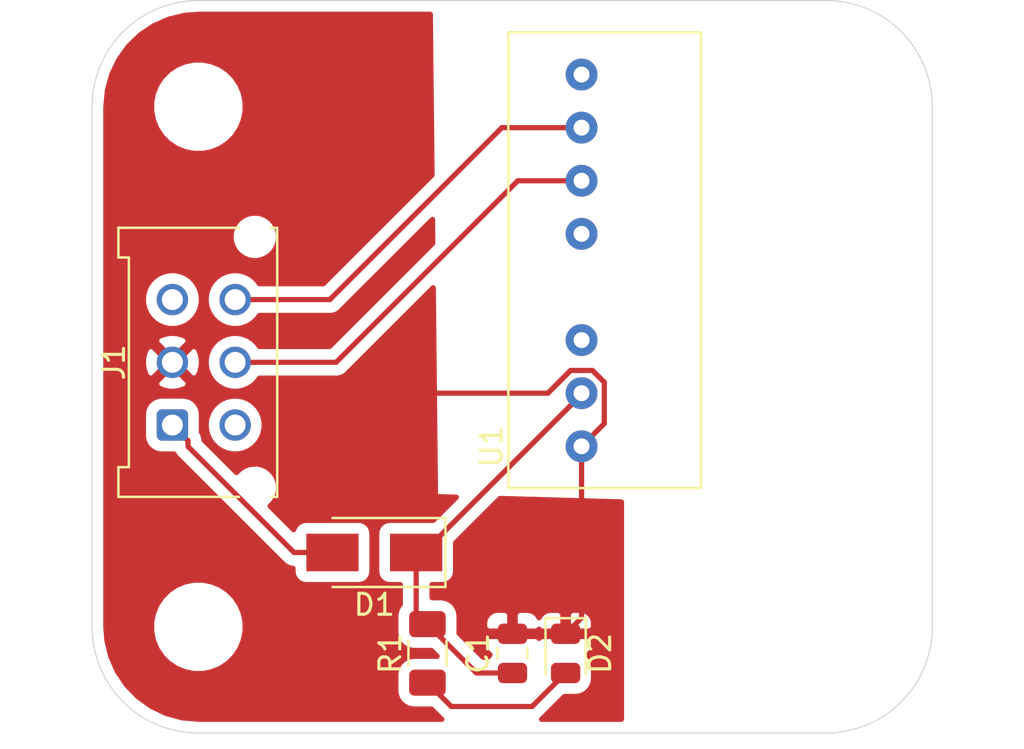
<source format=kicad_pcb>
(kicad_pcb (version 20171130) (host pcbnew "(5.1.2)-2")

  (general
    (thickness 1.6)
    (drawings 8)
    (tracks 31)
    (zones 0)
    (modules 10)
    (nets 7)
  )

  (page A4)
  (layers
    (0 F.Cu signal)
    (31 B.Cu signal)
    (32 B.Adhes user)
    (33 F.Adhes user)
    (34 B.Paste user)
    (35 F.Paste user)
    (36 B.SilkS user)
    (37 F.SilkS user)
    (38 B.Mask user)
    (39 F.Mask user)
    (40 Dwgs.User user)
    (41 Cmts.User user)
    (42 Eco1.User user)
    (43 Eco2.User user)
    (44 Edge.Cuts user)
    (45 Margin user)
    (46 B.CrtYd user)
    (47 F.CrtYd user)
    (48 B.Fab user)
    (49 F.Fab user)
  )

  (setup
    (last_trace_width 0.25)
    (trace_clearance 0.2)
    (zone_clearance 0.508)
    (zone_45_only no)
    (trace_min 0.2)
    (via_size 0.8)
    (via_drill 0.4)
    (via_min_size 0.4)
    (via_min_drill 0.3)
    (uvia_size 0.3)
    (uvia_drill 0.1)
    (uvias_allowed no)
    (uvia_min_size 0.2)
    (uvia_min_drill 0.1)
    (edge_width 0.05)
    (segment_width 0.2)
    (pcb_text_width 0.3)
    (pcb_text_size 1.5 1.5)
    (mod_edge_width 0.12)
    (mod_text_size 1 1)
    (mod_text_width 0.15)
    (pad_size 1.524 1.524)
    (pad_drill 0.762)
    (pad_to_mask_clearance 0.051)
    (solder_mask_min_width 0.25)
    (aux_axis_origin 0 0)
    (grid_origin 139.22 85.837)
    (visible_elements FFFFFF7F)
    (pcbplotparams
      (layerselection 0x010fc_ffffffff)
      (usegerberextensions false)
      (usegerberattributes false)
      (usegerberadvancedattributes false)
      (creategerberjobfile false)
      (excludeedgelayer true)
      (linewidth 0.100000)
      (plotframeref false)
      (viasonmask false)
      (mode 1)
      (useauxorigin false)
      (hpglpennumber 1)
      (hpglpenspeed 20)
      (hpglpendiameter 15.000000)
      (psnegative false)
      (psa4output false)
      (plotreference true)
      (plotvalue true)
      (plotinvisibletext false)
      (padsonsilk false)
      (subtractmaskfromsilk false)
      (outputformat 1)
      (mirror false)
      (drillshape 0)
      (scaleselection 1)
      (outputdirectory "gerbers/"))
  )

  (net 0 "")
  (net 1 GND)
  (net 2 "Net-(C1-Pad1)")
  (net 3 "Net-(D1-Pad2)")
  (net 4 "Net-(D2-Pad2)")
  (net 5 GNDD)
  (net 6 +12P)

  (net_class Default "This is the default net class."
    (clearance 0.2)
    (trace_width 0.25)
    (via_dia 0.8)
    (via_drill 0.4)
    (uvia_dia 0.3)
    (uvia_drill 0.1)
    (add_net +12P)
    (add_net GND)
    (add_net GNDD)
    (add_net "Net-(C1-Pad1)")
    (add_net "Net-(D1-Pad2)")
    (add_net "Net-(D2-Pad2)")
    (add_net "Net-(J1-Pad3)")
    (add_net "Net-(J1-Pad4)")
    (add_net "Net-(U1-Pad3)")
    (add_net "Net-(U1-Pad5)")
    (add_net "Net-(U1-Pad8)")
  )

  (module MountingHole:MountingHole_3.2mm_M3 locked (layer F.Cu) (tedit 56D1B4CB) (tstamp 5EAD0AFB)
    (at 139.22 85.837)
    (descr "Mounting Hole 3.2mm, no annular, M3")
    (tags "mounting hole 3.2mm no annular m3")
    (attr virtual)
    (fp_text reference REF** (at 0 -4.2) (layer F.SilkS) hide
      (effects (font (size 1 1) (thickness 0.15)))
    )
    (fp_text value MountingHole_3.2mm_M3 (at 0 4.2) (layer F.Fab)
      (effects (font (size 1 1) (thickness 0.15)))
    )
    (fp_text user %R (at 0.3 0) (layer F.Fab)
      (effects (font (size 1 1) (thickness 0.15)))
    )
    (fp_circle (center 0 0) (end 3.2 0) (layer Cmts.User) (width 0.15))
    (fp_circle (center 0 0) (end 3.45 0) (layer F.CrtYd) (width 0.05))
    (pad 1 np_thru_hole circle (at 0 0) (size 3.2 3.2) (drill 3.2) (layers *.Cu *.Mask))
  )

  (module MountingHole:MountingHole_3.2mm_M3 locked (layer F.Cu) (tedit 56D1B4CB) (tstamp 5EAD0AF4)
    (at 109.22 85.837)
    (descr "Mounting Hole 3.2mm, no annular, M3")
    (tags "mounting hole 3.2mm no annular m3")
    (attr virtual)
    (fp_text reference REF** (at 0 -4.2) (layer F.SilkS) hide
      (effects (font (size 1 1) (thickness 0.15)))
    )
    (fp_text value MountingHole_3.2mm_M3 (at 0 4.2) (layer F.Fab)
      (effects (font (size 1 1) (thickness 0.15)))
    )
    (fp_circle (center 0 0) (end 3.45 0) (layer F.CrtYd) (width 0.05))
    (fp_circle (center 0 0) (end 3.2 0) (layer Cmts.User) (width 0.15))
    (fp_text user %R (at 0.3 0) (layer F.Fab)
      (effects (font (size 1 1) (thickness 0.15)))
    )
    (pad 1 np_thru_hole circle (at 0 0) (size 3.2 3.2) (drill 3.2) (layers *.Cu *.Mask))
  )

  (module MountingHole:MountingHole_3.2mm_M3 locked (layer F.Cu) (tedit 56D1B4CB) (tstamp 5EAD0AC4)
    (at 109.22 60.96)
    (descr "Mounting Hole 3.2mm, no annular, M3")
    (tags "mounting hole 3.2mm no annular m3")
    (attr virtual)
    (fp_text reference REF** (at 0 -4.2) (layer F.SilkS) hide
      (effects (font (size 1 1) (thickness 0.15)))
    )
    (fp_text value MountingHole_3.2mm_M3 (at 0 4.2) (layer F.Fab)
      (effects (font (size 1 1) (thickness 0.15)))
    )
    (fp_text user %R (at 0.3 0) (layer F.Fab)
      (effects (font (size 1 1) (thickness 0.15)))
    )
    (fp_circle (center 0 0) (end 3.2 0) (layer Cmts.User) (width 0.15))
    (fp_circle (center 0 0) (end 3.45 0) (layer F.CrtYd) (width 0.05))
    (pad 1 np_thru_hole circle (at 0 0) (size 3.2 3.2) (drill 3.2) (layers *.Cu *.Mask))
  )

  (module MountingHole:MountingHole_3.2mm_M3 locked (layer F.Cu) (tedit 56D1B4CB) (tstamp 5EAD0A3E)
    (at 139.22 60.96)
    (descr "Mounting Hole 3.2mm, no annular, M3")
    (tags "mounting hole 3.2mm no annular m3")
    (attr virtual)
    (fp_text reference REF** (at 0 -4.2) (layer F.SilkS) hide
      (effects (font (size 1 1) (thickness 0.15)))
    )
    (fp_text value MountingHole_3.2mm_M3 (at 0 4.2) (layer F.Fab)
      (effects (font (size 1 1) (thickness 0.15)))
    )
    (fp_circle (center 0 0) (end 3.45 0) (layer F.CrtYd) (width 0.05))
    (fp_circle (center 0 0) (end 3.2 0) (layer Cmts.User) (width 0.15))
    (fp_text user %R (at 0.3 0) (layer F.Fab)
      (effects (font (size 1 1) (thickness 0.15)))
    )
    (pad 1 np_thru_hole circle (at 0 0) (size 3.2 3.2) (drill 3.2) (layers *.Cu *.Mask))
  )

  (module components:SPAN02 (layer F.Cu) (tedit 5EACB631) (tstamp 5EAD08D7)
    (at 127.536 77.201 90)
    (path /5EAD0B17)
    (fp_text reference U1 (at 0 -4.3 90) (layer F.SilkS)
      (effects (font (size 1 1) (thickness 0.15)))
    )
    (fp_text value SPAN02A (at 17.3 6.7 90) (layer F.Fab)
      (effects (font (size 1 1) (thickness 0.15)))
    )
    (fp_line (start -2 5.7) (end -2 -3.5) (layer F.CrtYd) (width 0.12))
    (fp_line (start 19.8 5.7) (end -2 5.7) (layer F.CrtYd) (width 0.12))
    (fp_line (start 19.8 -3.5) (end 19.8 5.7) (layer F.CrtYd) (width 0.12))
    (fp_line (start -2 -3.5) (end 19.8 -3.5) (layer F.CrtYd) (width 0.12))
    (fp_line (start -2 5.7) (end 19.8 5.7) (layer F.SilkS) (width 0.12))
    (fp_line (start -2 5.7) (end -2 -3.5) (layer F.SilkS) (width 0.12))
    (fp_line (start 19.8 -3.5) (end 19.8 5.7) (layer F.SilkS) (width 0.12))
    (fp_line (start -2 -3.5) (end 19.8 -3.5) (layer F.SilkS) (width 0.12))
    (pad 8 thru_hole circle (at 17.78 0 90) (size 1.524 1.524) (drill 0.762) (layers *.Cu *.Mask))
    (pad 7 thru_hole circle (at 15.24 0 90) (size 1.524 1.524) (drill 0.762) (layers *.Cu *.Mask)
      (net 5 GNDD))
    (pad 6 thru_hole circle (at 12.7 0 90) (size 1.524 1.524) (drill 0.762) (layers *.Cu *.Mask)
      (net 6 +12P))
    (pad 5 thru_hole circle (at 10.16 0 90) (size 1.524 1.524) (drill 0.762) (layers *.Cu *.Mask))
    (pad 3 thru_hole circle (at 5.08 0 90) (size 1.524 1.524) (drill 0.762) (layers *.Cu *.Mask))
    (pad 2 thru_hole circle (at 2.54 0 90) (size 1.524 1.524) (drill 0.762) (layers *.Cu *.Mask)
      (net 2 "Net-(C1-Pad1)"))
    (pad 1 thru_hole circle (at 0 0 90) (size 1.524 1.524) (drill 0.762) (layers *.Cu *.Mask)
      (net 1 GND))
    (model ${KIPRJMOD}/cad/SPAN02.step
      (offset (xyz 9 -1 0.5))
      (scale (xyz 1 1 1))
      (rotate (xyz -90 0 0))
    )
  )

  (module Resistor_SMD:R_1206_3216Metric (layer F.Cu) (tedit 5B301BBD) (tstamp 5EAD03ED)
    (at 120.17 87.107 270)
    (descr "Resistor SMD 1206 (3216 Metric), square (rectangular) end terminal, IPC_7351 nominal, (Body size source: http://www.tortai-tech.com/upload/download/2011102023233369053.pdf), generated with kicad-footprint-generator")
    (tags resistor)
    (path /5EACD86C)
    (attr smd)
    (fp_text reference R1 (at 0 1.778 90) (layer F.SilkS)
      (effects (font (size 1 1) (thickness 0.15)))
    )
    (fp_text value R (at 0 1.82 90) (layer F.Fab)
      (effects (font (size 1 1) (thickness 0.15)))
    )
    (fp_text user %R (at 0 0 90) (layer F.Fab)
      (effects (font (size 0.8 0.8) (thickness 0.12)))
    )
    (fp_line (start 2.28 1.12) (end -2.28 1.12) (layer F.CrtYd) (width 0.05))
    (fp_line (start 2.28 -1.12) (end 2.28 1.12) (layer F.CrtYd) (width 0.05))
    (fp_line (start -2.28 -1.12) (end 2.28 -1.12) (layer F.CrtYd) (width 0.05))
    (fp_line (start -2.28 1.12) (end -2.28 -1.12) (layer F.CrtYd) (width 0.05))
    (fp_line (start -0.602064 0.91) (end 0.602064 0.91) (layer F.SilkS) (width 0.12))
    (fp_line (start -0.602064 -0.91) (end 0.602064 -0.91) (layer F.SilkS) (width 0.12))
    (fp_line (start 1.6 0.8) (end -1.6 0.8) (layer F.Fab) (width 0.1))
    (fp_line (start 1.6 -0.8) (end 1.6 0.8) (layer F.Fab) (width 0.1))
    (fp_line (start -1.6 -0.8) (end 1.6 -0.8) (layer F.Fab) (width 0.1))
    (fp_line (start -1.6 0.8) (end -1.6 -0.8) (layer F.Fab) (width 0.1))
    (pad 2 smd roundrect (at 1.4 0 270) (size 1.25 1.75) (layers F.Cu F.Paste F.Mask) (roundrect_rratio 0.2)
      (net 4 "Net-(D2-Pad2)"))
    (pad 1 smd roundrect (at -1.4 0 270) (size 1.25 1.75) (layers F.Cu F.Paste F.Mask) (roundrect_rratio 0.2)
      (net 2 "Net-(C1-Pad1)"))
    (model ${KISYS3DMOD}/Resistor_SMD.3dshapes/R_1206_3216Metric.wrl
      (at (xyz 0 0 0))
      (scale (xyz 1 1 1))
      (rotate (xyz 0 0 0))
    )
  )

  (module Connector_Molex:Molex_Micro-Fit_3.0_43045-0612_2x03_P3.00mm_Vertical (layer F.Cu) (tedit 5B78138F) (tstamp 5EAD03DC)
    (at 107.978 76.185 90)
    (descr "Molex Micro-Fit 3.0 Connector System, 43045-0612 (compatible alternatives: 43045-0613, 43045-0624), 3 Pins per row (http://www.molex.com/pdm_docs/sd/430450212_sd.pdf), generated with kicad-footprint-generator")
    (tags "connector Molex Micro-Fit_3.0 side entry")
    (path /5EACB0BC)
    (fp_text reference J1 (at 3 -2.794 90) (layer F.SilkS)
      (effects (font (size 1 1) (thickness 0.15)))
    )
    (fp_text value Conn_01x06_Male (at 3 7.5 90) (layer F.Fab)
      (effects (font (size 1 1) (thickness 0.15)))
    )
    (fp_text user %R (at 3 4.2 90) (layer F.Fab)
      (effects (font (size 1 1) (thickness 0.15)))
    )
    (fp_line (start -3.82 6.8) (end -3.82 -2.97) (layer F.CrtYd) (width 0.05))
    (fp_line (start 9.82 6.8) (end -3.82 6.8) (layer F.CrtYd) (width 0.05))
    (fp_line (start 9.82 -2.97) (end 9.82 6.8) (layer F.CrtYd) (width 0.05))
    (fp_line (start -3.82 -2.97) (end 9.82 -2.97) (layer F.CrtYd) (width 0.05))
    (fp_line (start 9.435 -2.58) (end 9.435 3.18) (layer F.SilkS) (width 0.12))
    (fp_line (start 8.015 -2.58) (end 9.435 -2.58) (layer F.SilkS) (width 0.12))
    (fp_line (start 8.015 -2.08) (end 8.015 -2.58) (layer F.SilkS) (width 0.12))
    (fp_line (start -2.015 -2.08) (end 8.015 -2.08) (layer F.SilkS) (width 0.12))
    (fp_line (start -2.015 -2.58) (end -2.015 -2.08) (layer F.SilkS) (width 0.12))
    (fp_line (start -3.435 -2.58) (end -2.015 -2.58) (layer F.SilkS) (width 0.12))
    (fp_line (start -3.435 3.18) (end -3.435 -2.58) (layer F.SilkS) (width 0.12))
    (fp_line (start 9.435 5.01) (end 9.435 4.7) (layer F.SilkS) (width 0.12))
    (fp_line (start -3.435 5.01) (end 9.435 5.01) (layer F.SilkS) (width 0.12))
    (fp_line (start -3.435 4.7) (end -3.435 5.01) (layer F.SilkS) (width 0.12))
    (fp_line (start 0 -1.262893) (end 0.5 -1.97) (layer F.Fab) (width 0.1))
    (fp_line (start -0.5 -1.97) (end 0 -1.262893) (layer F.Fab) (width 0.1))
    (fp_line (start 3.7 6.3) (end 3.7 4.9) (layer F.Fab) (width 0.1))
    (fp_line (start 2.3 6.3) (end 3.7 6.3) (layer F.Fab) (width 0.1))
    (fp_line (start 2.3 4.9) (end 2.3 6.3) (layer F.Fab) (width 0.1))
    (fp_line (start 9.325 -1.34) (end 8.125 -1.97) (layer F.Fab) (width 0.1))
    (fp_line (start -3.325 -1.34) (end -2.125 -1.97) (layer F.Fab) (width 0.1))
    (fp_line (start 8.125 -1.97) (end -2.125 -1.97) (layer F.Fab) (width 0.1))
    (fp_line (start 8.125 -2.47) (end 8.125 -1.97) (layer F.Fab) (width 0.1))
    (fp_line (start 9.325 -2.47) (end 8.125 -2.47) (layer F.Fab) (width 0.1))
    (fp_line (start 9.325 4.9) (end 9.325 -2.47) (layer F.Fab) (width 0.1))
    (fp_line (start -3.325 4.9) (end 9.325 4.9) (layer F.Fab) (width 0.1))
    (fp_line (start -3.325 -2.47) (end -3.325 4.9) (layer F.Fab) (width 0.1))
    (fp_line (start -2.125 -2.47) (end -3.325 -2.47) (layer F.Fab) (width 0.1))
    (fp_line (start -2.125 -1.97) (end -2.125 -2.47) (layer F.Fab) (width 0.1))
    (pad 6 thru_hole circle (at 6 3 90) (size 1.5 1.5) (drill 1) (layers *.Cu *.Mask)
      (net 5 GNDD))
    (pad 5 thru_hole circle (at 3 3 90) (size 1.5 1.5) (drill 1) (layers *.Cu *.Mask)
      (net 6 +12P))
    (pad 4 thru_hole circle (at 0 3 90) (size 1.5 1.5) (drill 1) (layers *.Cu *.Mask))
    (pad 3 thru_hole circle (at 6 0 90) (size 1.5 1.5) (drill 1) (layers *.Cu *.Mask))
    (pad 2 thru_hole circle (at 3 0 90) (size 1.5 1.5) (drill 1) (layers *.Cu *.Mask)
      (net 1 GND))
    (pad 1 thru_hole roundrect (at 0 0 90) (size 1.5 1.5) (drill 1) (layers *.Cu *.Mask) (roundrect_rratio 0.166667)
      (net 3 "Net-(D1-Pad2)"))
    (pad "" np_thru_hole circle (at 9 3.94 90) (size 1 1) (drill 1) (layers *.Cu *.Mask))
    (pad "" np_thru_hole circle (at -3 3.94 90) (size 1 1) (drill 1) (layers *.Cu *.Mask))
    (model ${KISYS3DMOD}/Connector_Molex.3dshapes/Molex_Micro-Fit_3.0_43045-0612_2x03_P3.00mm_Vertical.wrl
      (at (xyz 0 0 0))
      (scale (xyz 1 1 1))
      (rotate (xyz 0 0 0))
    )
    (model ${KIPRJMOD}/cad/430450612.stp
      (offset (xyz 3 -1.5 5))
      (scale (xyz 1 1 1))
      (rotate (xyz 0 0 180))
    )
  )

  (module LED_SMD:LED_0805_2012Metric (layer F.Cu) (tedit 5B36C52C) (tstamp 5EAD03B2)
    (at 126.774 87.107 270)
    (descr "LED SMD 0805 (2012 Metric), square (rectangular) end terminal, IPC_7351 nominal, (Body size source: https://docs.google.com/spreadsheets/d/1BsfQQcO9C6DZCsRaXUlFlo91Tg2WpOkGARC1WS5S8t0/edit?usp=sharing), generated with kicad-footprint-generator")
    (tags diode)
    (path /5EACCED1)
    (attr smd)
    (fp_text reference D2 (at 0 -1.65 90) (layer F.SilkS)
      (effects (font (size 1 1) (thickness 0.15)))
    )
    (fp_text value LED (at 0 1.65 90) (layer F.Fab)
      (effects (font (size 1 1) (thickness 0.15)))
    )
    (fp_text user %R (at 0 0 90) (layer F.Fab)
      (effects (font (size 0.5 0.5) (thickness 0.08)))
    )
    (fp_line (start 1.68 0.95) (end -1.68 0.95) (layer F.CrtYd) (width 0.05))
    (fp_line (start 1.68 -0.95) (end 1.68 0.95) (layer F.CrtYd) (width 0.05))
    (fp_line (start -1.68 -0.95) (end 1.68 -0.95) (layer F.CrtYd) (width 0.05))
    (fp_line (start -1.68 0.95) (end -1.68 -0.95) (layer F.CrtYd) (width 0.05))
    (fp_line (start -1.685 0.96) (end 1 0.96) (layer F.SilkS) (width 0.12))
    (fp_line (start -1.685 -0.96) (end -1.685 0.96) (layer F.SilkS) (width 0.12))
    (fp_line (start 1 -0.96) (end -1.685 -0.96) (layer F.SilkS) (width 0.12))
    (fp_line (start 1 0.6) (end 1 -0.6) (layer F.Fab) (width 0.1))
    (fp_line (start -1 0.6) (end 1 0.6) (layer F.Fab) (width 0.1))
    (fp_line (start -1 -0.3) (end -1 0.6) (layer F.Fab) (width 0.1))
    (fp_line (start -0.7 -0.6) (end -1 -0.3) (layer F.Fab) (width 0.1))
    (fp_line (start 1 -0.6) (end -0.7 -0.6) (layer F.Fab) (width 0.1))
    (pad 2 smd roundrect (at 0.9375 0 270) (size 0.975 1.4) (layers F.Cu F.Paste F.Mask) (roundrect_rratio 0.25)
      (net 4 "Net-(D2-Pad2)"))
    (pad 1 smd roundrect (at -0.9375 0 270) (size 0.975 1.4) (layers F.Cu F.Paste F.Mask) (roundrect_rratio 0.25)
      (net 1 GND))
    (model ${KISYS3DMOD}/LED_SMD.3dshapes/LED_0805_2012Metric.wrl
      (at (xyz 0 0 0))
      (scale (xyz 1 1 1))
      (rotate (xyz 0 0 0))
    )
  )

  (module Diode_SMD:D_SMA (layer F.Cu) (tedit 586432E5) (tstamp 5EAD039F)
    (at 117.63 82.281 180)
    (descr "Diode SMA (DO-214AC)")
    (tags "Diode SMA (DO-214AC)")
    (path /5EACC44E)
    (attr smd)
    (fp_text reference D1 (at 0 -2.5) (layer F.SilkS)
      (effects (font (size 1 1) (thickness 0.15)))
    )
    (fp_text value D (at 0 2.6) (layer F.Fab)
      (effects (font (size 1 1) (thickness 0.15)))
    )
    (fp_line (start -3.4 -1.65) (end 2 -1.65) (layer F.SilkS) (width 0.12))
    (fp_line (start -3.4 1.65) (end 2 1.65) (layer F.SilkS) (width 0.12))
    (fp_line (start -0.64944 0.00102) (end 0.50118 -0.79908) (layer F.Fab) (width 0.1))
    (fp_line (start -0.64944 0.00102) (end 0.50118 0.75032) (layer F.Fab) (width 0.1))
    (fp_line (start 0.50118 0.75032) (end 0.50118 -0.79908) (layer F.Fab) (width 0.1))
    (fp_line (start -0.64944 -0.79908) (end -0.64944 0.80112) (layer F.Fab) (width 0.1))
    (fp_line (start 0.50118 0.00102) (end 1.4994 0.00102) (layer F.Fab) (width 0.1))
    (fp_line (start -0.64944 0.00102) (end -1.55114 0.00102) (layer F.Fab) (width 0.1))
    (fp_line (start -3.5 1.75) (end -3.5 -1.75) (layer F.CrtYd) (width 0.05))
    (fp_line (start 3.5 1.75) (end -3.5 1.75) (layer F.CrtYd) (width 0.05))
    (fp_line (start 3.5 -1.75) (end 3.5 1.75) (layer F.CrtYd) (width 0.05))
    (fp_line (start -3.5 -1.75) (end 3.5 -1.75) (layer F.CrtYd) (width 0.05))
    (fp_line (start 2.3 -1.5) (end -2.3 -1.5) (layer F.Fab) (width 0.1))
    (fp_line (start 2.3 -1.5) (end 2.3 1.5) (layer F.Fab) (width 0.1))
    (fp_line (start -2.3 1.5) (end -2.3 -1.5) (layer F.Fab) (width 0.1))
    (fp_line (start 2.3 1.5) (end -2.3 1.5) (layer F.Fab) (width 0.1))
    (fp_line (start -3.4 -1.65) (end -3.4 1.65) (layer F.SilkS) (width 0.12))
    (fp_text user %R (at 0 -2.5) (layer F.Fab)
      (effects (font (size 1 1) (thickness 0.15)))
    )
    (pad 2 smd rect (at 2 0 180) (size 2.5 1.8) (layers F.Cu F.Paste F.Mask)
      (net 3 "Net-(D1-Pad2)"))
    (pad 1 smd rect (at -2 0 180) (size 2.5 1.8) (layers F.Cu F.Paste F.Mask)
      (net 2 "Net-(C1-Pad1)"))
    (model ${KISYS3DMOD}/Diode_SMD.3dshapes/D_SMA.wrl
      (at (xyz 0 0 0))
      (scale (xyz 1 1 1))
      (rotate (xyz 0 0 0))
    )
  )

  (module Capacitor_SMD:C_0805_2012Metric (layer F.Cu) (tedit 5B36C52B) (tstamp 5EAD0387)
    (at 124.234 87.107 90)
    (descr "Capacitor SMD 0805 (2012 Metric), square (rectangular) end terminal, IPC_7351 nominal, (Body size source: https://docs.google.com/spreadsheets/d/1BsfQQcO9C6DZCsRaXUlFlo91Tg2WpOkGARC1WS5S8t0/edit?usp=sharing), generated with kicad-footprint-generator")
    (tags capacitor)
    (path /5EACEC3E)
    (attr smd)
    (fp_text reference C1 (at 0 -1.65 90) (layer F.SilkS)
      (effects (font (size 1 1) (thickness 0.15)))
    )
    (fp_text value C (at 0 1.65 90) (layer F.Fab)
      (effects (font (size 1 1) (thickness 0.15)))
    )
    (fp_text user %R (at 0 0 90) (layer F.Fab)
      (effects (font (size 0.5 0.5) (thickness 0.08)))
    )
    (fp_line (start 1.68 0.95) (end -1.68 0.95) (layer F.CrtYd) (width 0.05))
    (fp_line (start 1.68 -0.95) (end 1.68 0.95) (layer F.CrtYd) (width 0.05))
    (fp_line (start -1.68 -0.95) (end 1.68 -0.95) (layer F.CrtYd) (width 0.05))
    (fp_line (start -1.68 0.95) (end -1.68 -0.95) (layer F.CrtYd) (width 0.05))
    (fp_line (start -0.258578 0.71) (end 0.258578 0.71) (layer F.SilkS) (width 0.12))
    (fp_line (start -0.258578 -0.71) (end 0.258578 -0.71) (layer F.SilkS) (width 0.12))
    (fp_line (start 1 0.6) (end -1 0.6) (layer F.Fab) (width 0.1))
    (fp_line (start 1 -0.6) (end 1 0.6) (layer F.Fab) (width 0.1))
    (fp_line (start -1 -0.6) (end 1 -0.6) (layer F.Fab) (width 0.1))
    (fp_line (start -1 0.6) (end -1 -0.6) (layer F.Fab) (width 0.1))
    (pad 2 smd roundrect (at 0.9375 0 90) (size 0.975 1.4) (layers F.Cu F.Paste F.Mask) (roundrect_rratio 0.25)
      (net 1 GND))
    (pad 1 smd roundrect (at -0.9375 0 90) (size 0.975 1.4) (layers F.Cu F.Paste F.Mask) (roundrect_rratio 0.25)
      (net 2 "Net-(C1-Pad1)"))
    (model ${KISYS3DMOD}/Capacitor_SMD.3dshapes/C_0805_2012Metric.wrl
      (at (xyz 0 0 0))
      (scale (xyz 1 1 1))
      (rotate (xyz 0 0 0))
    )
  )

  (gr_line (start 109.22 90.917) (end 139.22 90.917) (layer Edge.Cuts) (width 0.05) (tstamp 5EAD0C26))
  (gr_line (start 104.14 60.96) (end 104.14 85.837) (layer Edge.Cuts) (width 0.05) (tstamp 5EAD0C25))
  (gr_line (start 139.22 55.88) (end 109.22 55.88) (layer Edge.Cuts) (width 0.05) (tstamp 5EAD0C24))
  (gr_line (start 144.3 85.837) (end 144.3 60.96) (layer Edge.Cuts) (width 0.05) (tstamp 5EAD0C23))
  (gr_arc (start 139.22 85.837) (end 139.22 90.917) (angle -90) (layer Edge.Cuts) (width 0.05))
  (gr_arc (start 109.22 85.837) (end 104.14 85.837) (angle -90) (layer Edge.Cuts) (width 0.05))
  (gr_arc (start 139.22 60.96) (end 144.3 60.96) (angle -90) (layer Edge.Cuts) (width 0.05))
  (gr_arc (start 109.22 60.96) (end 109.22 55.88) (angle -90) (layer Edge.Cuts) (width 0.05))

  (segment (start 124.234 86.1695) (end 126.774 86.1695) (width 0.25) (layer F.Cu) (net 1))
  (segment (start 127.536 85.4075) (end 126.774 86.1695) (width 0.25) (layer F.Cu) (net 1))
  (segment (start 127.536 77.201) (end 127.536 85.4075) (width 0.25) (layer F.Cu) (net 1))
  (segment (start 107.978 73.185) (end 109.454 74.661) (width 0.25) (layer F.Cu) (net 1))
  (segment (start 128.297999 76.439001) (end 127.536 77.201) (width 0.25) (layer F.Cu) (net 1))
  (segment (start 128.623001 76.113999) (end 128.297999 76.439001) (width 0.25) (layer F.Cu) (net 1))
  (segment (start 128.057761 73.573999) (end 128.623001 74.139239) (width 0.25) (layer F.Cu) (net 1))
  (segment (start 125.927238 74.661) (end 127.014239 73.573999) (width 0.25) (layer F.Cu) (net 1))
  (segment (start 128.623001 74.139239) (end 128.623001 76.113999) (width 0.25) (layer F.Cu) (net 1))
  (segment (start 109.454 74.661) (end 125.927238 74.661) (width 0.25) (layer F.Cu) (net 1))
  (segment (start 127.014239 73.573999) (end 128.057761 73.573999) (width 0.25) (layer F.Cu) (net 1))
  (segment (start 122.5075 88.0445) (end 124.234 88.0445) (width 0.25) (layer F.Cu) (net 2))
  (segment (start 120.17 85.707) (end 122.5075 88.0445) (width 0.25) (layer F.Cu) (net 2))
  (segment (start 119.63 85.167) (end 120.17 85.707) (width 0.25) (layer F.Cu) (net 2))
  (segment (start 119.63 82.281) (end 119.63 85.167) (width 0.25) (layer F.Cu) (net 2))
  (segment (start 119.63 82.281) (end 119.98 82.281) (width 0.25) (layer F.Cu) (net 2))
  (segment (start 127.536 74.725) (end 127.536 74.661) (width 0.25) (layer F.Cu) (net 2))
  (segment (start 119.98 82.281) (end 127.536 74.725) (width 0.25) (layer F.Cu) (net 2))
  (segment (start 108.725487 76.932487) (end 107.978 76.185) (width 0.25) (layer F.Cu) (net 3))
  (segment (start 108.725487 77.213489) (end 108.725487 76.932487) (width 0.25) (layer F.Cu) (net 3))
  (segment (start 113.792998 82.281) (end 108.725487 77.213489) (width 0.25) (layer F.Cu) (net 3))
  (segment (start 115.63 82.281) (end 113.792998 82.281) (width 0.25) (layer F.Cu) (net 3))
  (segment (start 120.17 88.507) (end 121.31 89.647) (width 0.25) (layer F.Cu) (net 4))
  (segment (start 125.1715 89.647) (end 126.774 88.0445) (width 0.25) (layer F.Cu) (net 4))
  (segment (start 121.31 89.647) (end 125.1715 89.647) (width 0.25) (layer F.Cu) (net 4))
  (segment (start 110.978 70.185) (end 115.502 70.185) (width 0.25) (layer F.Cu) (net 5))
  (segment (start 123.726 61.961) (end 127.536 61.961) (width 0.25) (layer F.Cu) (net 5))
  (segment (start 115.502 70.185) (end 123.726 61.961) (width 0.25) (layer F.Cu) (net 5))
  (segment (start 110.978 73.185) (end 115.804 73.185) (width 0.25) (layer F.Cu) (net 6))
  (segment (start 124.488 64.501) (end 127.536 64.501) (width 0.25) (layer F.Cu) (net 6))
  (segment (start 115.804 73.185) (end 124.488 64.501) (width 0.25) (layer F.Cu) (net 6))

  (zone (net 1) (net_name GND) (layer F.Cu) (tstamp 5EAD1477) (hatch edge 0.508)
    (connect_pads (clearance 0.508))
    (min_thickness 0.254)
    (fill yes (arc_segments 32) (thermal_gap 0.508) (thermal_bridge_width 0.508))
    (polygon
      (pts
        (xy 104.422 55.865) (xy 120.424 55.865) (xy 120.678 79.487) (xy 129.568 79.741) (xy 129.568 91.679)
        (xy 103.406 90.917)
      )
    )
    (filled_polygon
      (pts
        (xy 129.441 79.864423) (xy 129.441 90.257) (xy 125.626207 90.257) (xy 125.711501 90.187001) (xy 125.735304 90.157997)
        (xy 126.72323 89.170072) (xy 127.23025 89.170072) (xy 127.402285 89.153128) (xy 127.567709 89.102947) (xy 127.720164 89.021458)
        (xy 127.853792 88.911792) (xy 127.963458 88.778164) (xy 128.044947 88.625709) (xy 128.095128 88.460285) (xy 128.112072 88.28825)
        (xy 128.112072 87.80075) (xy 128.095128 87.628715) (xy 128.044947 87.463291) (xy 127.963458 87.310836) (xy 127.853792 87.177208)
        (xy 127.847436 87.171992) (xy 127.925185 87.108185) (xy 128.004537 87.011494) (xy 128.063502 86.90118) (xy 128.099812 86.781482)
        (xy 128.112072 86.657) (xy 128.109 86.45525) (xy 127.95025 86.2965) (xy 126.901 86.2965) (xy 126.901 86.3165)
        (xy 126.647 86.3165) (xy 126.647 86.2965) (xy 125.59775 86.2965) (xy 125.504 86.39025) (xy 125.41025 86.2965)
        (xy 124.361 86.2965) (xy 124.361 86.3165) (xy 124.107 86.3165) (xy 124.107 86.2965) (xy 123.05775 86.2965)
        (xy 122.899 86.45525) (xy 122.895928 86.657) (xy 122.908188 86.781482) (xy 122.944498 86.90118) (xy 123.003463 87.011494)
        (xy 123.082815 87.108185) (xy 123.160564 87.171992) (xy 123.154208 87.177208) (xy 123.066155 87.2845) (xy 122.822302 87.2845)
        (xy 121.677399 86.139598) (xy 121.683072 86.082) (xy 121.683072 85.682) (xy 122.895928 85.682) (xy 122.899 85.88375)
        (xy 123.05775 86.0425) (xy 124.107 86.0425) (xy 124.107 85.20575) (xy 124.361 85.20575) (xy 124.361 86.0425)
        (xy 125.41025 86.0425) (xy 125.504 85.94875) (xy 125.59775 86.0425) (xy 126.647 86.0425) (xy 126.647 85.20575)
        (xy 126.901 85.20575) (xy 126.901 86.0425) (xy 127.95025 86.0425) (xy 128.109 85.88375) (xy 128.112072 85.682)
        (xy 128.099812 85.557518) (xy 128.063502 85.43782) (xy 128.004537 85.327506) (xy 127.925185 85.230815) (xy 127.828494 85.151463)
        (xy 127.71818 85.092498) (xy 127.598482 85.056188) (xy 127.474 85.043928) (xy 127.05975 85.047) (xy 126.901 85.20575)
        (xy 126.647 85.20575) (xy 126.48825 85.047) (xy 126.074 85.043928) (xy 125.949518 85.056188) (xy 125.82982 85.092498)
        (xy 125.719506 85.151463) (xy 125.622815 85.230815) (xy 125.543463 85.327506) (xy 125.504 85.401335) (xy 125.464537 85.327506)
        (xy 125.385185 85.230815) (xy 125.288494 85.151463) (xy 125.17818 85.092498) (xy 125.058482 85.056188) (xy 124.934 85.043928)
        (xy 124.51975 85.047) (xy 124.361 85.20575) (xy 124.107 85.20575) (xy 123.94825 85.047) (xy 123.534 85.043928)
        (xy 123.409518 85.056188) (xy 123.28982 85.092498) (xy 123.179506 85.151463) (xy 123.082815 85.230815) (xy 123.003463 85.327506)
        (xy 122.944498 85.43782) (xy 122.908188 85.557518) (xy 122.895928 85.682) (xy 121.683072 85.682) (xy 121.683072 85.332)
        (xy 121.666008 85.158746) (xy 121.615472 84.99215) (xy 121.533405 84.838614) (xy 121.422962 84.704038) (xy 121.288386 84.593595)
        (xy 121.13485 84.511528) (xy 120.968254 84.460992) (xy 120.795 84.443928) (xy 120.39 84.443928) (xy 120.39 83.819072)
        (xy 120.88 83.819072) (xy 121.004482 83.806812) (xy 121.12418 83.770502) (xy 121.234494 83.711537) (xy 121.331185 83.632185)
        (xy 121.410537 83.535494) (xy 121.469502 83.42518) (xy 121.505812 83.305482) (xy 121.518072 83.181) (xy 121.518072 81.817729)
        (xy 123.637201 79.6986)
      )
    )
    (filled_polygon
      (pts
        (xy 120.386888 64.22531) (xy 115.187199 69.425) (xy 112.135909 69.425) (xy 112.053799 69.302114) (xy 111.860886 69.109201)
        (xy 111.634043 68.957629) (xy 111.381989 68.853225) (xy 111.114411 68.8) (xy 110.841589 68.8) (xy 110.574011 68.853225)
        (xy 110.321957 68.957629) (xy 110.095114 69.109201) (xy 109.902201 69.302114) (xy 109.750629 69.528957) (xy 109.646225 69.781011)
        (xy 109.593 70.048589) (xy 109.593 70.321411) (xy 109.646225 70.588989) (xy 109.750629 70.841043) (xy 109.902201 71.067886)
        (xy 110.095114 71.260799) (xy 110.321957 71.412371) (xy 110.574011 71.516775) (xy 110.841589 71.57) (xy 111.114411 71.57)
        (xy 111.381989 71.516775) (xy 111.634043 71.412371) (xy 111.860886 71.260799) (xy 112.053799 71.067886) (xy 112.135909 70.945)
        (xy 115.464678 70.945) (xy 115.502 70.948676) (xy 115.539322 70.945) (xy 115.539333 70.945) (xy 115.650986 70.934003)
        (xy 115.794247 70.890546) (xy 115.926276 70.819974) (xy 116.042001 70.725001) (xy 116.065804 70.695997) (xy 120.409756 66.352045)
        (xy 120.422016 67.492183) (xy 115.489199 72.425) (xy 112.135909 72.425) (xy 112.053799 72.302114) (xy 111.860886 72.109201)
        (xy 111.634043 71.957629) (xy 111.381989 71.853225) (xy 111.114411 71.8) (xy 110.841589 71.8) (xy 110.574011 71.853225)
        (xy 110.321957 71.957629) (xy 110.095114 72.109201) (xy 109.902201 72.302114) (xy 109.750629 72.528957) (xy 109.646225 72.781011)
        (xy 109.593 73.048589) (xy 109.593 73.321411) (xy 109.646225 73.588989) (xy 109.750629 73.841043) (xy 109.902201 74.067886)
        (xy 110.095114 74.260799) (xy 110.321957 74.412371) (xy 110.574011 74.516775) (xy 110.841589 74.57) (xy 111.114411 74.57)
        (xy 111.381989 74.516775) (xy 111.634043 74.412371) (xy 111.860886 74.260799) (xy 112.053799 74.067886) (xy 112.135909 73.945)
        (xy 115.766678 73.945) (xy 115.804 73.948676) (xy 115.841322 73.945) (xy 115.841333 73.945) (xy 115.952986 73.934003)
        (xy 116.096247 73.890546) (xy 116.228276 73.819974) (xy 116.344001 73.725001) (xy 116.367804 73.695997) (xy 120.444884 69.618918)
        (xy 120.551007 79.488366) (xy 120.553714 79.513114) (xy 120.561197 79.53686) (xy 120.573168 79.558689) (xy 120.589168 79.577763)
        (xy 120.608582 79.593349) (xy 120.630664 79.604848) (xy 120.654564 79.611819) (xy 120.674373 79.613948) (xy 121.54731 79.638889)
        (xy 120.443271 80.742928) (xy 118.38 80.742928) (xy 118.255518 80.755188) (xy 118.13582 80.791498) (xy 118.025506 80.850463)
        (xy 117.928815 80.929815) (xy 117.849463 81.026506) (xy 117.790498 81.13682) (xy 117.754188 81.256518) (xy 117.741928 81.381)
        (xy 117.741928 83.181) (xy 117.754188 83.305482) (xy 117.790498 83.42518) (xy 117.849463 83.535494) (xy 117.928815 83.632185)
        (xy 118.025506 83.711537) (xy 118.13582 83.770502) (xy 118.255518 83.806812) (xy 118.38 83.819072) (xy 118.870001 83.819072)
        (xy 118.870001 84.761353) (xy 118.806595 84.838614) (xy 118.724528 84.99215) (xy 118.673992 85.158746) (xy 118.656928 85.332)
        (xy 118.656928 86.082) (xy 118.673992 86.255254) (xy 118.724528 86.42185) (xy 118.806595 86.575386) (xy 118.917038 86.709962)
        (xy 119.051614 86.820405) (xy 119.20515 86.902472) (xy 119.371746 86.953008) (xy 119.545 86.970072) (xy 120.358271 86.970072)
        (xy 120.632127 87.243928) (xy 119.545 87.243928) (xy 119.371746 87.260992) (xy 119.20515 87.311528) (xy 119.051614 87.393595)
        (xy 118.917038 87.504038) (xy 118.806595 87.638614) (xy 118.724528 87.79215) (xy 118.673992 87.958746) (xy 118.656928 88.132)
        (xy 118.656928 88.882) (xy 118.673992 89.055254) (xy 118.724528 89.22185) (xy 118.806595 89.375386) (xy 118.917038 89.509962)
        (xy 119.051614 89.620405) (xy 119.20515 89.702472) (xy 119.371746 89.753008) (xy 119.545 89.770072) (xy 120.35827 89.770072)
        (xy 120.746205 90.158008) (xy 120.769999 90.187001) (xy 120.798992 90.210795) (xy 120.798996 90.210799) (xy 120.84379 90.24756)
        (xy 120.855293 90.257) (xy 109.249392 90.257) (xy 108.437751 90.184563) (xy 107.680226 89.977328) (xy 106.971373 89.639221)
        (xy 106.33359 89.180928) (xy 105.787054 88.616945) (xy 105.349022 87.965085) (xy 105.033349 87.245963) (xy 104.848794 86.477232)
        (xy 104.8 85.812792) (xy 104.8 85.616872) (xy 106.985 85.616872) (xy 106.985 86.057128) (xy 107.07089 86.488925)
        (xy 107.239369 86.895669) (xy 107.483962 87.261729) (xy 107.795271 87.573038) (xy 108.161331 87.817631) (xy 108.568075 87.98611)
        (xy 108.999872 88.072) (xy 109.440128 88.072) (xy 109.871925 87.98611) (xy 110.278669 87.817631) (xy 110.644729 87.573038)
        (xy 110.956038 87.261729) (xy 111.200631 86.895669) (xy 111.36911 86.488925) (xy 111.455 86.057128) (xy 111.455 85.616872)
        (xy 111.36911 85.185075) (xy 111.200631 84.778331) (xy 110.956038 84.412271) (xy 110.644729 84.100962) (xy 110.278669 83.856369)
        (xy 109.871925 83.68789) (xy 109.440128 83.602) (xy 108.999872 83.602) (xy 108.568075 83.68789) (xy 108.161331 83.856369)
        (xy 107.795271 84.100962) (xy 107.483962 84.412271) (xy 107.239369 84.778331) (xy 107.07089 85.185075) (xy 106.985 85.616872)
        (xy 104.8 85.616872) (xy 104.8 75.685) (xy 106.589928 75.685) (xy 106.589928 76.685) (xy 106.606992 76.858254)
        (xy 106.657528 77.02485) (xy 106.739595 77.178386) (xy 106.850038 77.312962) (xy 106.984614 77.423405) (xy 107.13815 77.505472)
        (xy 107.304746 77.556008) (xy 107.478 77.573072) (xy 108.055934 77.573072) (xy 108.090513 77.637765) (xy 108.117749 77.670952)
        (xy 108.185486 77.75349) (xy 108.21449 77.777293) (xy 113.229199 82.792003) (xy 113.252997 82.821001) (xy 113.368722 82.915974)
        (xy 113.500751 82.986546) (xy 113.644012 83.030003) (xy 113.741928 83.039647) (xy 113.741928 83.181) (xy 113.754188 83.305482)
        (xy 113.790498 83.42518) (xy 113.849463 83.535494) (xy 113.928815 83.632185) (xy 114.025506 83.711537) (xy 114.13582 83.770502)
        (xy 114.255518 83.806812) (xy 114.38 83.819072) (xy 116.88 83.819072) (xy 117.004482 83.806812) (xy 117.12418 83.770502)
        (xy 117.234494 83.711537) (xy 117.331185 83.632185) (xy 117.410537 83.535494) (xy 117.469502 83.42518) (xy 117.505812 83.305482)
        (xy 117.518072 83.181) (xy 117.518072 81.381) (xy 117.505812 81.256518) (xy 117.469502 81.13682) (xy 117.410537 81.026506)
        (xy 117.331185 80.929815) (xy 117.234494 80.850463) (xy 117.12418 80.791498) (xy 117.004482 80.755188) (xy 116.88 80.742928)
        (xy 114.38 80.742928) (xy 114.255518 80.755188) (xy 114.13582 80.791498) (xy 114.025506 80.850463) (xy 113.928815 80.929815)
        (xy 113.849463 81.026506) (xy 113.790498 81.13682) (xy 113.774932 81.188133) (xy 112.647466 80.060666) (xy 112.799612 79.90852)
        (xy 112.923824 79.722624) (xy 113.009383 79.516067) (xy 113.053 79.296788) (xy 113.053 79.073212) (xy 113.009383 78.853933)
        (xy 112.923824 78.647376) (xy 112.799612 78.46148) (xy 112.64152 78.303388) (xy 112.455624 78.179176) (xy 112.249067 78.093617)
        (xy 112.029788 78.05) (xy 111.806212 78.05) (xy 111.586933 78.093617) (xy 111.380376 78.179176) (xy 111.19448 78.303388)
        (xy 111.042334 78.455534) (xy 109.485872 76.899073) (xy 109.485487 76.895163) (xy 109.485487 76.895155) (xy 109.47449 76.783502)
        (xy 109.431033 76.64024) (xy 109.366072 76.518708) (xy 109.366072 76.048589) (xy 109.593 76.048589) (xy 109.593 76.321411)
        (xy 109.646225 76.588989) (xy 109.750629 76.841043) (xy 109.902201 77.067886) (xy 110.095114 77.260799) (xy 110.321957 77.412371)
        (xy 110.574011 77.516775) (xy 110.841589 77.57) (xy 111.114411 77.57) (xy 111.381989 77.516775) (xy 111.634043 77.412371)
        (xy 111.860886 77.260799) (xy 112.053799 77.067886) (xy 112.205371 76.841043) (xy 112.309775 76.588989) (xy 112.363 76.321411)
        (xy 112.363 76.048589) (xy 112.309775 75.781011) (xy 112.205371 75.528957) (xy 112.053799 75.302114) (xy 111.860886 75.109201)
        (xy 111.634043 74.957629) (xy 111.381989 74.853225) (xy 111.114411 74.8) (xy 110.841589 74.8) (xy 110.574011 74.853225)
        (xy 110.321957 74.957629) (xy 110.095114 75.109201) (xy 109.902201 75.302114) (xy 109.750629 75.528957) (xy 109.646225 75.781011)
        (xy 109.593 76.048589) (xy 109.366072 76.048589) (xy 109.366072 75.685) (xy 109.349008 75.511746) (xy 109.298472 75.34515)
        (xy 109.216405 75.191614) (xy 109.105962 75.057038) (xy 108.971386 74.946595) (xy 108.81785 74.864528) (xy 108.651254 74.813992)
        (xy 108.478 74.796928) (xy 107.478 74.796928) (xy 107.304746 74.813992) (xy 107.13815 74.864528) (xy 106.984614 74.946595)
        (xy 106.850038 75.057038) (xy 106.739595 75.191614) (xy 106.657528 75.34515) (xy 106.606992 75.511746) (xy 106.589928 75.685)
        (xy 104.8 75.685) (xy 104.8 74.141993) (xy 107.200612 74.141993) (xy 107.266137 74.38086) (xy 107.513116 74.49676)
        (xy 107.77796 74.56225) (xy 108.050492 74.574812) (xy 108.320238 74.533965) (xy 108.576832 74.441277) (xy 108.689863 74.38086)
        (xy 108.755388 74.141993) (xy 107.978 73.364605) (xy 107.200612 74.141993) (xy 104.8 74.141993) (xy 104.8 73.257492)
        (xy 106.588188 73.257492) (xy 106.629035 73.527238) (xy 106.721723 73.783832) (xy 106.78214 73.896863) (xy 107.021007 73.962388)
        (xy 107.798395 73.185) (xy 108.157605 73.185) (xy 108.934993 73.962388) (xy 109.17386 73.896863) (xy 109.28976 73.649884)
        (xy 109.35525 73.38504) (xy 109.367812 73.112508) (xy 109.326965 72.842762) (xy 109.234277 72.586168) (xy 109.17386 72.473137)
        (xy 108.934993 72.407612) (xy 108.157605 73.185) (xy 107.798395 73.185) (xy 107.021007 72.407612) (xy 106.78214 72.473137)
        (xy 106.66624 72.720116) (xy 106.60075 72.98496) (xy 106.588188 73.257492) (xy 104.8 73.257492) (xy 104.8 72.228007)
        (xy 107.200612 72.228007) (xy 107.978 73.005395) (xy 108.755388 72.228007) (xy 108.689863 71.98914) (xy 108.442884 71.87324)
        (xy 108.17804 71.80775) (xy 107.905508 71.795188) (xy 107.635762 71.836035) (xy 107.379168 71.928723) (xy 107.266137 71.98914)
        (xy 107.200612 72.228007) (xy 104.8 72.228007) (xy 104.8 70.048589) (xy 106.593 70.048589) (xy 106.593 70.321411)
        (xy 106.646225 70.588989) (xy 106.750629 70.841043) (xy 106.902201 71.067886) (xy 107.095114 71.260799) (xy 107.321957 71.412371)
        (xy 107.574011 71.516775) (xy 107.841589 71.57) (xy 108.114411 71.57) (xy 108.381989 71.516775) (xy 108.634043 71.412371)
        (xy 108.860886 71.260799) (xy 109.053799 71.067886) (xy 109.205371 70.841043) (xy 109.309775 70.588989) (xy 109.363 70.321411)
        (xy 109.363 70.048589) (xy 109.309775 69.781011) (xy 109.205371 69.528957) (xy 109.053799 69.302114) (xy 108.860886 69.109201)
        (xy 108.634043 68.957629) (xy 108.381989 68.853225) (xy 108.114411 68.8) (xy 107.841589 68.8) (xy 107.574011 68.853225)
        (xy 107.321957 68.957629) (xy 107.095114 69.109201) (xy 106.902201 69.302114) (xy 106.750629 69.528957) (xy 106.646225 69.781011)
        (xy 106.593 70.048589) (xy 104.8 70.048589) (xy 104.8 67.073212) (xy 110.783 67.073212) (xy 110.783 67.296788)
        (xy 110.826617 67.516067) (xy 110.912176 67.722624) (xy 111.036388 67.90852) (xy 111.19448 68.066612) (xy 111.380376 68.190824)
        (xy 111.586933 68.276383) (xy 111.806212 68.32) (xy 112.029788 68.32) (xy 112.249067 68.276383) (xy 112.455624 68.190824)
        (xy 112.64152 68.066612) (xy 112.799612 67.90852) (xy 112.923824 67.722624) (xy 113.009383 67.516067) (xy 113.053 67.296788)
        (xy 113.053 67.073212) (xy 113.009383 66.853933) (xy 112.923824 66.647376) (xy 112.799612 66.46148) (xy 112.64152 66.303388)
        (xy 112.455624 66.179176) (xy 112.249067 66.093617) (xy 112.029788 66.05) (xy 111.806212 66.05) (xy 111.586933 66.093617)
        (xy 111.380376 66.179176) (xy 111.19448 66.303388) (xy 111.036388 66.46148) (xy 110.912176 66.647376) (xy 110.826617 66.853933)
        (xy 110.783 67.073212) (xy 104.8 67.073212) (xy 104.8 60.989392) (xy 104.822269 60.739872) (xy 106.985 60.739872)
        (xy 106.985 61.180128) (xy 107.07089 61.611925) (xy 107.239369 62.018669) (xy 107.483962 62.384729) (xy 107.795271 62.696038)
        (xy 108.161331 62.940631) (xy 108.568075 63.10911) (xy 108.999872 63.195) (xy 109.440128 63.195) (xy 109.871925 63.10911)
        (xy 110.278669 62.940631) (xy 110.644729 62.696038) (xy 110.956038 62.384729) (xy 111.200631 62.018669) (xy 111.36911 61.611925)
        (xy 111.455 61.180128) (xy 111.455 60.739872) (xy 111.36911 60.308075) (xy 111.200631 59.901331) (xy 110.956038 59.535271)
        (xy 110.644729 59.223962) (xy 110.278669 58.979369) (xy 109.871925 58.81089) (xy 109.440128 58.725) (xy 108.999872 58.725)
        (xy 108.568075 58.81089) (xy 108.161331 58.979369) (xy 107.795271 59.223962) (xy 107.483962 59.535271) (xy 107.239369 59.901331)
        (xy 107.07089 60.308075) (xy 106.985 60.739872) (xy 104.822269 60.739872) (xy 104.872437 60.177751) (xy 105.079672 59.420226)
        (xy 105.417777 58.711375) (xy 105.876067 58.073596) (xy 106.440055 57.527054) (xy 107.091913 57.089023) (xy 107.811038 56.773349)
        (xy 108.579768 56.588794) (xy 109.244207 56.54) (xy 120.30425 56.54)
      )
    )
  )
)

</source>
